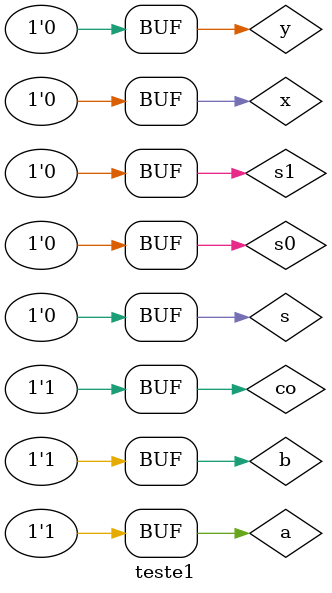
<source format=v>


 module teste1;

 reg   a, b;

 wire  co, s, s0, s1, x, y;
 
 not NOT1 (x, a);              // FAZER A DEFINICAO EM OUTRO MODULO
 not NOT2 (y, b);
 and AND1 (s0, x, b);
 and AND2 (s1, a, y);
 or OR1   (s, s0, s1);
 and AND3 (co, a, b);
           
         
 initial begin
 
      $display("Teste 01 - Operar Meia Soma");
      $display("A  +  B  =  C  S");
      
		a=0; b=0;
		
  	#1	 $monitor("%b  +  %b  =  %b  %b", a, b, co, s);
   	#1  a=0; b=1;
   	#1  a=1; b=0;
   	#1  a=1; b=1;
 
 end

endmodule 

/* TESTE

Teste 01 - Operar Meia Soma
    A  +  B  =  C  S
    0  +  0  =  0  0
    0  +  1  =  0  1
    1  +  0  =  0  1
    1  +  1  =  1  0
*/
</source>
